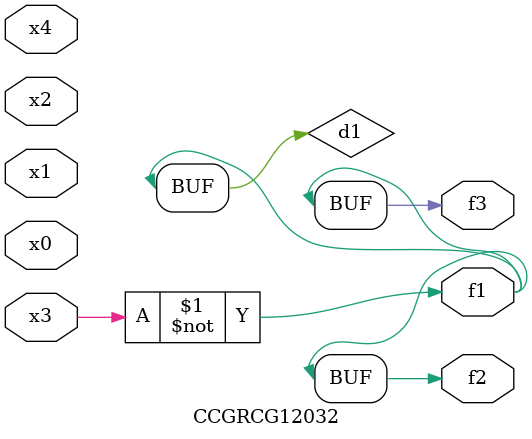
<source format=v>
module CCGRCG12032(
	input x0, x1, x2, x3, x4,
	output f1, f2, f3
);

	wire d1, d2;

	xnor (d1, x3);
	not (d2, x1);
	assign f1 = d1;
	assign f2 = d1;
	assign f3 = d1;
endmodule

</source>
